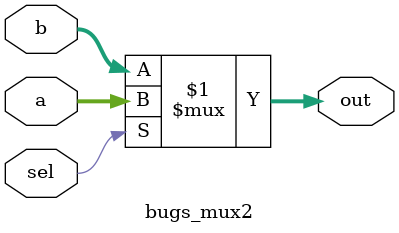
<source format=v>
module bugs_mux2 (
	input sel,
	input [7:0] a,
	input [7:0] b,
	output [7:0] out
);
 
    assign out = sel ? a : b;
	
endmodule

</source>
